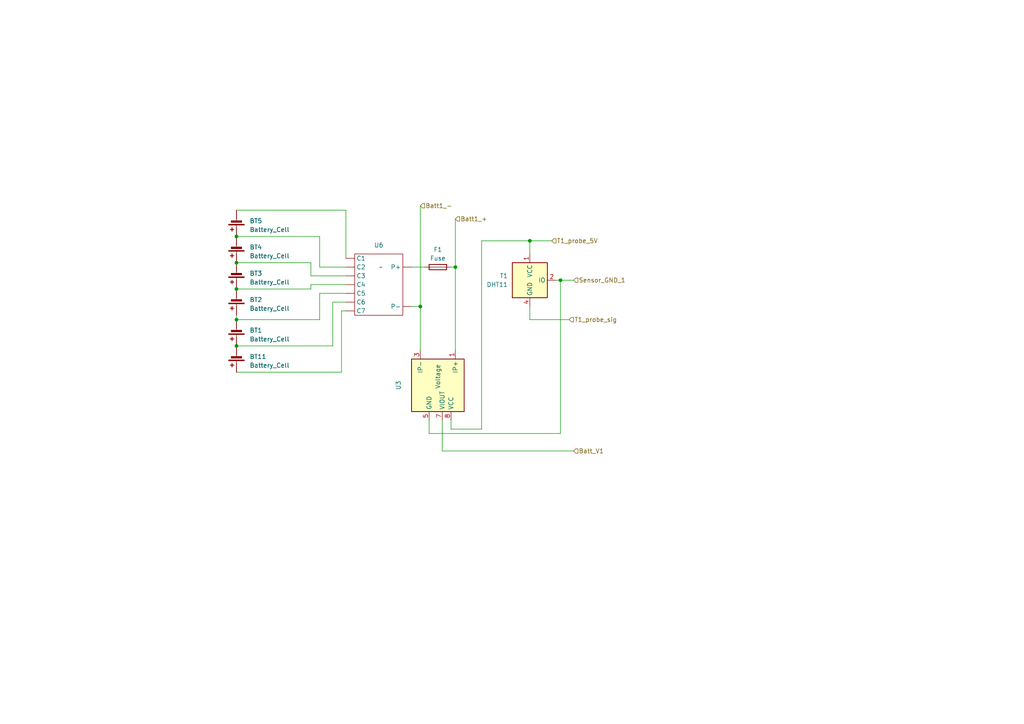
<source format=kicad_sch>
(kicad_sch (version 20230121) (generator eeschema)
  (paper "A4")
  (title_block (title "Aft compartment"))
  (lib_symbols
    (symbol "ACS715xLCTR-20A_1"
      (property "Reference" "U1" (at -1.2065 11.43 0))
      (property "Value" "Current sensor" (at -1.2065 8.89 0))
      (symbol "ACS715xLCTR-20A_1_0_1"
        (rectangle (start -7.62 7.62) (end 7.62 -7.62) (stroke (width 0.254)) (fill (type background)))
      )
      (symbol "ACS715xLCTR-20A_1_1_1"
        (pin passive line (at -10.16 5.08 0) (length 2.54) (name "IP+") (number "1"))
        (pin passive line (at -10.16 5.08 0) (length 2.54) hide (name "IP+") (number "2"))
        (pin passive line (at -10.16 -5.08 0) (length 2.54) (name "IP-") (number "3"))
        (pin passive line (at -10.16 -5.08 0) (length 2.54) hide (name "IP-") (number "4"))
        (pin power_in line (at 10.16 -2.54 180) (length 2.54) (name "GND") (number "5"))
        (pin output line (at 10.16 1.27 180) (length 2.54) (name "VIOUT") (number "7"))
        (pin power_in line (at 10.16 3.81 180) (length 2.54) (name "VCC") (number "8"))
      )
    )
    (symbol "BMS_5S_1"
      (property "Reference" "U6" (at -3.175 8.89 0))
      (property "Value" "~" (at -2.54 2.54 0))
      (symbol "BMS_5S_1_0_1"
        (rectangle (start -10.16 6.35) (end 3.81 -11.43))
      )
      (symbol "BMS_5S_1_1_1"
        (pin input line (at -12.7 5.08 0) (length 2.54) (name "C1") (number ""))
        (pin input line (at -12.7 2.54 0) (length 2.54) (name "C2") (number ""))
        (pin input line (at -12.7 0 0) (length 2.54) (name "C3") (number ""))
        (pin input line (at -12.7 -2.54 0) (length 2.54) (name "C4") (number ""))
        (pin input line (at -12.7 -5.08 0) (length 2.54) (name "C5") (number ""))
        (pin input line (at -12.7 -7.62 0) (length 2.54) (name "C6") (number ""))
        (pin input line (at -12.7 -10.16 0) (length 2.54) (name "C7") (number ""))
        (pin output line (at 6.35 2.54 180) (length 2.54) (name "P+") (number ""))
        (pin output line (at 6.35 -8.89 180) (length 2.54) (name "P-") (number ""))
      )
    )
    (symbol "Device:Battery_Cell" (pin_numbers hide) (pin_names (offset 0) hide)
      (property "Reference" "BT" (at 2.54 2.54 0))
      (property "Value" "Battery_Cell" (at 2.54 0 0))
      (symbol "Battery_Cell_0_1"
        (rectangle (start -2.286 1.778) (end 2.286 1.524) (fill (type outline)))
        (rectangle (start -1.524 1.016) (end 1.524 0.508) (fill (type outline)))
        (polyline (pts (xy 0 0.762) (xy 0 0)))
        (polyline (pts (xy 0 1.778) (xy 0 2.54)))
        (polyline (pts (xy 0.762 3.048) (xy 1.778 3.048)) (stroke (width 0.254)))
        (polyline (pts (xy 1.27 3.556) (xy 1.27 2.54)) (stroke (width 0.254)))
      )
      (symbol "Battery_Cell_1_1"
        (pin passive line (at 0 5.08 270) (length 2.54) (name "+") (number "1"))
        (pin passive line (at 0 -2.54 90) (length 2.54) (name "-") (number "2"))
      )
    )
    (symbol "Device:Fuse" (pin_numbers hide) (pin_names (offset 0))
      (property "Reference" "F" (at 2.032 0 90))
      (property "Value" "Fuse" (at -1.905 0 90))
      (symbol "Fuse_0_1"
        (rectangle (start -0.762 -2.54) (end 0.762 2.54) (stroke (width 0.254)))
        (polyline (pts (xy 0 2.54) (xy 0 -2.54)))
      )
      (symbol "Fuse_1_1"
        (pin passive line (at 0 3.81 270) (length 1.27) (name "~") (number "1"))
        (pin passive line (at 0 -3.81 90) (length 1.27) (name "~") (number "2"))
      )
    )
    (symbol "Sensor:DHT11"
      (property "Reference" "U" (at -3.81 6.35 0))
      (property "Value" "DHT11" (at 3.81 6.35 0))
      (symbol "DHT11_0_1"
        (rectangle (start -5.08 5.08) (end 5.08 -5.08) (stroke (width 0.254)) (fill (type background)))
      )
      (symbol "DHT11_1_1"
        (pin power_in line (at 0 7.62 270) (length 2.54) (name "VCC") (number "1"))
        (pin bidirectional line (at 7.62 0 180) (length 2.54) (name "IO") (number "2"))
        (pin no_connect line (at -5.08 0 0) (length 2.54) hide (name "NC") (number "3"))
        (pin power_in line (at 0 -7.62 90) (length 2.54) (name "GND") (number "4"))
      )
    )
  )
  (junction (at 68.58 92.71))
  (junction (at 162.56 81.28))
  (junction (at 153.67 69.85))
  (junction (at 132.08 77.47))
  (junction (at 121.92 88.9))
  (junction (at 68.58 76.2))
  (junction (at 68.58 100.33))
  (junction (at 68.58 83.82))
  (junction (at 68.58 68.58))
  (wire (pts (xy 68.58 100.33) (xy 96.52 100.33)))
  (wire (pts (xy 96.52 87.63) (xy 100.33 87.63)))
  (wire (pts (xy 162.56 81.28) (xy 166.37 81.28)))
  (wire (pts (xy 68.58 92.71) (xy 92.71 92.71)))
  (wire (pts (xy 132.08 77.47) (xy 132.08 101.6)))
  (wire (pts (xy 92.71 92.71) (xy 92.71 85.09)))
  (wire (pts (xy 130.81 124.46) (xy 139.7 124.46)))
  (wire (pts (xy 153.67 92.71) (xy 165.1 92.71)))
  (wire (pts (xy 92.71 77.47) (xy 100.33 77.47)))
  (wire (pts (xy 99.06 90.17) (xy 100.33 90.17)))
  (wire (pts (xy 90.17 80.01) (xy 100.33 80.01)))
  (wire (pts (xy 68.58 60.96) (xy 100.33 60.96)))
  (wire (pts (xy 68.58 68.58) (xy 92.71 68.58)))
  (wire (pts (xy 119.38 77.47) (xy 123.19 77.47)))
  (wire (pts (xy 124.46 125.73) (xy 162.56 125.73)))
  (wire (pts (xy 132.08 77.47) (xy 130.81 77.47)))
  (wire (pts (xy 68.58 92.71) (xy 68.58 91.44)))
  (wire (pts (xy 124.46 121.92) (xy 124.46 125.73)))
  (wire (pts (xy 162.56 81.28) (xy 162.56 125.73)))
  (wire (pts (xy 90.17 76.2) (xy 90.17 80.01)))
  (wire (pts (xy 121.92 88.9) (xy 121.92 101.6)))
  (wire (pts (xy 96.52 100.33) (xy 96.52 87.63)))
  (wire (pts (xy 90.17 83.82) (xy 90.17 82.55)))
  (wire (pts (xy 119.38 88.9) (xy 121.92 88.9)))
  (wire (pts (xy 68.58 107.95) (xy 99.06 107.95)))
  (wire (pts (xy 99.06 107.95) (xy 99.06 90.17)))
  (wire (pts (xy 128.27 130.81) (xy 128.27 121.92)))
  (wire (pts (xy 121.92 59.69) (xy 121.92 88.9)))
  (wire (pts (xy 90.17 82.55) (xy 100.33 82.55)))
  (wire (pts (xy 139.7 124.46) (xy 139.7 69.85)))
  (wire (pts (xy 92.71 85.09) (xy 100.33 85.09)))
  (wire (pts (xy 166.37 130.81) (xy 128.27 130.81)))
  (wire (pts (xy 153.67 73.66) (xy 153.67 69.85)))
  (wire (pts (xy 130.81 121.92) (xy 130.81 124.46)))
  (wire (pts (xy 139.7 69.85) (xy 153.67 69.85)))
  (wire (pts (xy 153.67 69.85) (xy 160.02 69.85)))
  (wire (pts (xy 100.33 60.96) (xy 100.33 74.93)))
  (wire (pts (xy 92.71 77.47) (xy 92.71 68.58)))
  (wire (pts (xy 132.08 63.5) (xy 132.08 77.47)))
  (wire (pts (xy 161.29 81.28) (xy 162.56 81.28)))
  (wire (pts (xy 153.67 88.9) (xy 153.67 92.71)))
  (wire (pts (xy 68.58 76.2) (xy 90.17 76.2)))
  (wire (pts (xy 90.17 83.82) (xy 68.58 83.82)))
  (hierarchical_label "T1_probe_sig" (shape input) (at 165.1 92.71 0))
  (hierarchical_label "Batt1_+" (shape input) (at 132.08 63.5 0))
  (hierarchical_label "Batt_V1" (shape input) (at 166.37 130.81 0))
  (hierarchical_label "Sensor_GND_1" (shape input) (at 166.37 81.28 0))
  (hierarchical_label "Batt1_-" (shape input) (at 121.92 59.69 0))
  (hierarchical_label "T1_probe_5V" (shape input) (at 160.02 69.85 0))
  (symbol (lib_id "Device:Battery_Cell") (at 68.58 71.12 180) (unit 1)
    (property "Reference" "BT4" (at 72.39 71.6915 0) (effects (justify right)))
    (property "Value" "Battery_Cell" (at 72.39 74.2315 0) (effects (justify right)))
    (instances (project "MRS_Strathvoyager_2" (path "" (reference "BT4") (unit 1)) (path "" (reference "BT7") (unit 1))))
  )
  (symbol (lib_id "Device:Battery_Cell") (at 68.58 86.36 180) (unit 1)
    (property "Reference" "BT2" (at 72.39 86.9315 0) (effects (justify right)))
    (property "Value" "Battery_Cell" (at 72.39 89.4715 0) (effects (justify right)))
    (instances (project "MRS_Strathvoyager_2" (path "" (reference "BT2") (unit 1)) (path "" (reference "BT9") (unit 1))))
  )
  (symbol (lib_name "ACS715xLCTR-20A_1") (lib_id "Sensor_Current:ACS715xLCTR-20A") (at 127 111.76 270) (unit 1)
    (property "Reference" "U3" (at 115.57 111.76 0))
    (property "Value" "Voltage" (at 127 109.22 0))
    (property "Footprint" "Package_SO:SOIC-8_3.9x4.9mm_P1.27mm" (effects hide))
    (property "Datasheet" "http://www.allegromicro.com/~/media/Files/Datasheets/ACS715-Datasheet.ashx?la=en" (effects hide))
    (instances (project "MRS" (path "" (reference "U3") (unit 1))) (project "MRS_Strathvoyager_2" (path "" (reference "U9") (unit 1)) (path "" (reference "U10") (unit 1))))
  )
  (symbol (lib_id "Device:Battery_Cell") (at 68.58 102.87 180) (unit 1)
    (property "Reference" "BT11" (at 72.39 103.4415 0) (effects (justify right)))
    (property "Value" "Battery_Cell" (at 72.39 105.9815 0) (effects (justify right)))
    (instances (project "MRS_Strathvoyager_2" (path "" (reference "BT11") (unit 1)) (path "" (reference "BT10") (unit 1))))
  )
  (symbol (lib_id "Device:Fuse") (at 127 77.47 90) (unit 1)
    (property "Reference" "F1" (at 127 72.39 90))
    (property "Value" "Fuse" (at 127 74.93 90))
    (instances (project "MRS_Strathvoyager_2" (path "" (reference "F1") (unit 1)) (path "" (reference "F2") (unit 1))))
  )
  (symbol (lib_name "BMS_5S_1") (lib_id "MRS:BMS_5S") (at 113.03 80.01 0) (unit 1)
    (property "Reference" "U6" (at 109.855 71.12 0))
    (property "Value" "~" (at 110.49 77.47 0))
    (instances (project "MRS_Strathvoyager_2" (path "" (reference "U6") (unit 1)) (path "" (reference "U2") (unit 1))))
  )
  (symbol (lib_id "Device:Battery_Cell") (at 68.58 95.25 180) (unit 1)
    (property "Reference" "BT1" (at 72.39 95.8215 0) (effects (justify right)))
    (property "Value" "Battery_Cell" (at 72.39 98.3615 0) (effects (justify right)))
    (instances (project "MRS_Strathvoyager_2" (path "" (reference "BT1") (unit 1)) (path "" (reference "BT10") (unit 1))))
  )
  (symbol (lib_id "Sensor:DHT11") (at 153.67 81.28 0) (unit 1)
    (property "Reference" "T1" (at 147.32 80.01 0) (effects (justify right)))
    (property "Value" "DHT11" (at 147.32 82.55 0) (effects (justify right)))
    (property "Footprint" "Sensor:Aosong_DHT11_5.5x12.0_P2.54mm" (effects hide))
    (property "Datasheet" "http://akizukidenshi.com/download/ds/aosong/DHT11.pdf" (effects hide))
    (instances (project "MRS_Strathvoyager_2" (path "" (reference "T1") (unit 1)) (path "" (reference "T4") (unit 1))))
  )
  (symbol (lib_id "Device:Battery_Cell") (at 68.58 78.74 180) (unit 1)
    (property "Reference" "BT3" (at 72.39 79.3115 0) (effects (justify right)))
    (property "Value" "Battery_Cell" (at 72.39 81.8515 0) (effects (justify right)))
    (instances (project "MRS_Strathvoyager_2" (path "" (reference "BT3") (unit 1)) (path "" (reference "BT8") (unit 1))))
  )
  (symbol (lib_id "Device:Battery_Cell") (at 68.58 63.5 180) (unit 1)
    (property "Reference" "BT5" (at 72.39 64.0715 0) (effects (justify right)))
    (property "Value" "Battery_Cell" (at 72.39 66.6115 0) (effects (justify right)))
    (instances (project "MRS_Strathvoyager_2" (path "" (reference "BT5") (unit 1)) (path "" (reference "BT6") (unit 1))))
  )
)
</source>
